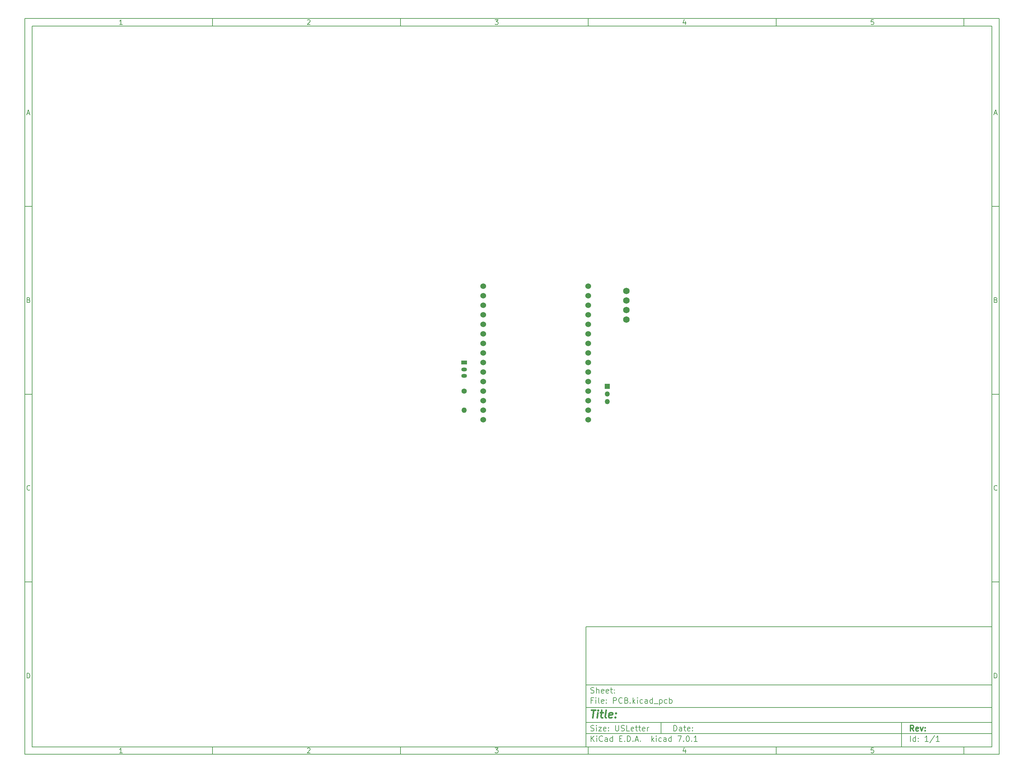
<source format=gbr>
%TF.GenerationSoftware,KiCad,Pcbnew,7.0.1*%
%TF.CreationDate,2023-11-13T23:43:34-05:00*%
%TF.ProjectId,PCB,5043422e-6b69-4636-9164-5f7063625858,rev?*%
%TF.SameCoordinates,Original*%
%TF.FileFunction,Soldermask,Top*%
%TF.FilePolarity,Negative*%
%FSLAX46Y46*%
G04 Gerber Fmt 4.6, Leading zero omitted, Abs format (unit mm)*
G04 Created by KiCad (PCBNEW 7.0.1) date 2023-11-13 23:43:34*
%MOMM*%
%LPD*%
G01*
G04 APERTURE LIST*
%ADD10C,0.100000*%
%ADD11C,0.150000*%
%ADD12C,0.300000*%
%ADD13C,0.400000*%
%ADD14R,1.350000X1.350000*%
%ADD15O,1.350000X1.350000*%
%ADD16C,1.734000*%
%ADD17C,1.524000*%
%ADD18C,1.400000*%
%ADD19O,1.400000X1.400000*%
%ADD20R,1.500000X1.050000*%
%ADD21O,1.500000X1.050000*%
G04 APERTURE END LIST*
D10*
D11*
X159400000Y-171900000D02*
X267400000Y-171900000D01*
X267400000Y-203900000D01*
X159400000Y-203900000D01*
X159400000Y-171900000D01*
D10*
D11*
X10000000Y-10000000D02*
X269400000Y-10000000D01*
X269400000Y-205900000D01*
X10000000Y-205900000D01*
X10000000Y-10000000D01*
D10*
D11*
X12000000Y-12000000D02*
X267400000Y-12000000D01*
X267400000Y-203900000D01*
X12000000Y-203900000D01*
X12000000Y-12000000D01*
D10*
D11*
X60000000Y-12000000D02*
X60000000Y-10000000D01*
D10*
D11*
X110000000Y-12000000D02*
X110000000Y-10000000D01*
D10*
D11*
X160000000Y-12000000D02*
X160000000Y-10000000D01*
D10*
D11*
X210000000Y-12000000D02*
X210000000Y-10000000D01*
D10*
D11*
X260000000Y-12000000D02*
X260000000Y-10000000D01*
D10*
D11*
X35990476Y-11601404D02*
X35247619Y-11601404D01*
X35619047Y-11601404D02*
X35619047Y-10301404D01*
X35619047Y-10301404D02*
X35495238Y-10487119D01*
X35495238Y-10487119D02*
X35371428Y-10610928D01*
X35371428Y-10610928D02*
X35247619Y-10672833D01*
D10*
D11*
X85247619Y-10425214D02*
X85309523Y-10363309D01*
X85309523Y-10363309D02*
X85433333Y-10301404D01*
X85433333Y-10301404D02*
X85742857Y-10301404D01*
X85742857Y-10301404D02*
X85866666Y-10363309D01*
X85866666Y-10363309D02*
X85928571Y-10425214D01*
X85928571Y-10425214D02*
X85990476Y-10549023D01*
X85990476Y-10549023D02*
X85990476Y-10672833D01*
X85990476Y-10672833D02*
X85928571Y-10858547D01*
X85928571Y-10858547D02*
X85185714Y-11601404D01*
X85185714Y-11601404D02*
X85990476Y-11601404D01*
D10*
D11*
X135185714Y-10301404D02*
X135990476Y-10301404D01*
X135990476Y-10301404D02*
X135557142Y-10796642D01*
X135557142Y-10796642D02*
X135742857Y-10796642D01*
X135742857Y-10796642D02*
X135866666Y-10858547D01*
X135866666Y-10858547D02*
X135928571Y-10920452D01*
X135928571Y-10920452D02*
X135990476Y-11044261D01*
X135990476Y-11044261D02*
X135990476Y-11353785D01*
X135990476Y-11353785D02*
X135928571Y-11477595D01*
X135928571Y-11477595D02*
X135866666Y-11539500D01*
X135866666Y-11539500D02*
X135742857Y-11601404D01*
X135742857Y-11601404D02*
X135371428Y-11601404D01*
X135371428Y-11601404D02*
X135247619Y-11539500D01*
X135247619Y-11539500D02*
X135185714Y-11477595D01*
D10*
D11*
X185866666Y-10734738D02*
X185866666Y-11601404D01*
X185557142Y-10239500D02*
X185247619Y-11168071D01*
X185247619Y-11168071D02*
X186052380Y-11168071D01*
D10*
D11*
X235928571Y-10301404D02*
X235309523Y-10301404D01*
X235309523Y-10301404D02*
X235247619Y-10920452D01*
X235247619Y-10920452D02*
X235309523Y-10858547D01*
X235309523Y-10858547D02*
X235433333Y-10796642D01*
X235433333Y-10796642D02*
X235742857Y-10796642D01*
X235742857Y-10796642D02*
X235866666Y-10858547D01*
X235866666Y-10858547D02*
X235928571Y-10920452D01*
X235928571Y-10920452D02*
X235990476Y-11044261D01*
X235990476Y-11044261D02*
X235990476Y-11353785D01*
X235990476Y-11353785D02*
X235928571Y-11477595D01*
X235928571Y-11477595D02*
X235866666Y-11539500D01*
X235866666Y-11539500D02*
X235742857Y-11601404D01*
X235742857Y-11601404D02*
X235433333Y-11601404D01*
X235433333Y-11601404D02*
X235309523Y-11539500D01*
X235309523Y-11539500D02*
X235247619Y-11477595D01*
D10*
D11*
X60000000Y-203900000D02*
X60000000Y-205900000D01*
D10*
D11*
X110000000Y-203900000D02*
X110000000Y-205900000D01*
D10*
D11*
X160000000Y-203900000D02*
X160000000Y-205900000D01*
D10*
D11*
X210000000Y-203900000D02*
X210000000Y-205900000D01*
D10*
D11*
X260000000Y-203900000D02*
X260000000Y-205900000D01*
D10*
D11*
X35990476Y-205501404D02*
X35247619Y-205501404D01*
X35619047Y-205501404D02*
X35619047Y-204201404D01*
X35619047Y-204201404D02*
X35495238Y-204387119D01*
X35495238Y-204387119D02*
X35371428Y-204510928D01*
X35371428Y-204510928D02*
X35247619Y-204572833D01*
D10*
D11*
X85247619Y-204325214D02*
X85309523Y-204263309D01*
X85309523Y-204263309D02*
X85433333Y-204201404D01*
X85433333Y-204201404D02*
X85742857Y-204201404D01*
X85742857Y-204201404D02*
X85866666Y-204263309D01*
X85866666Y-204263309D02*
X85928571Y-204325214D01*
X85928571Y-204325214D02*
X85990476Y-204449023D01*
X85990476Y-204449023D02*
X85990476Y-204572833D01*
X85990476Y-204572833D02*
X85928571Y-204758547D01*
X85928571Y-204758547D02*
X85185714Y-205501404D01*
X85185714Y-205501404D02*
X85990476Y-205501404D01*
D10*
D11*
X135185714Y-204201404D02*
X135990476Y-204201404D01*
X135990476Y-204201404D02*
X135557142Y-204696642D01*
X135557142Y-204696642D02*
X135742857Y-204696642D01*
X135742857Y-204696642D02*
X135866666Y-204758547D01*
X135866666Y-204758547D02*
X135928571Y-204820452D01*
X135928571Y-204820452D02*
X135990476Y-204944261D01*
X135990476Y-204944261D02*
X135990476Y-205253785D01*
X135990476Y-205253785D02*
X135928571Y-205377595D01*
X135928571Y-205377595D02*
X135866666Y-205439500D01*
X135866666Y-205439500D02*
X135742857Y-205501404D01*
X135742857Y-205501404D02*
X135371428Y-205501404D01*
X135371428Y-205501404D02*
X135247619Y-205439500D01*
X135247619Y-205439500D02*
X135185714Y-205377595D01*
D10*
D11*
X185866666Y-204634738D02*
X185866666Y-205501404D01*
X185557142Y-204139500D02*
X185247619Y-205068071D01*
X185247619Y-205068071D02*
X186052380Y-205068071D01*
D10*
D11*
X235928571Y-204201404D02*
X235309523Y-204201404D01*
X235309523Y-204201404D02*
X235247619Y-204820452D01*
X235247619Y-204820452D02*
X235309523Y-204758547D01*
X235309523Y-204758547D02*
X235433333Y-204696642D01*
X235433333Y-204696642D02*
X235742857Y-204696642D01*
X235742857Y-204696642D02*
X235866666Y-204758547D01*
X235866666Y-204758547D02*
X235928571Y-204820452D01*
X235928571Y-204820452D02*
X235990476Y-204944261D01*
X235990476Y-204944261D02*
X235990476Y-205253785D01*
X235990476Y-205253785D02*
X235928571Y-205377595D01*
X235928571Y-205377595D02*
X235866666Y-205439500D01*
X235866666Y-205439500D02*
X235742857Y-205501404D01*
X235742857Y-205501404D02*
X235433333Y-205501404D01*
X235433333Y-205501404D02*
X235309523Y-205439500D01*
X235309523Y-205439500D02*
X235247619Y-205377595D01*
D10*
D11*
X10000000Y-60000000D02*
X12000000Y-60000000D01*
D10*
D11*
X10000000Y-110000000D02*
X12000000Y-110000000D01*
D10*
D11*
X10000000Y-160000000D02*
X12000000Y-160000000D01*
D10*
D11*
X10690476Y-35229976D02*
X11309523Y-35229976D01*
X10566666Y-35601404D02*
X10999999Y-34301404D01*
X10999999Y-34301404D02*
X11433333Y-35601404D01*
D10*
D11*
X11092857Y-84920452D02*
X11278571Y-84982357D01*
X11278571Y-84982357D02*
X11340476Y-85044261D01*
X11340476Y-85044261D02*
X11402380Y-85168071D01*
X11402380Y-85168071D02*
X11402380Y-85353785D01*
X11402380Y-85353785D02*
X11340476Y-85477595D01*
X11340476Y-85477595D02*
X11278571Y-85539500D01*
X11278571Y-85539500D02*
X11154761Y-85601404D01*
X11154761Y-85601404D02*
X10659523Y-85601404D01*
X10659523Y-85601404D02*
X10659523Y-84301404D01*
X10659523Y-84301404D02*
X11092857Y-84301404D01*
X11092857Y-84301404D02*
X11216666Y-84363309D01*
X11216666Y-84363309D02*
X11278571Y-84425214D01*
X11278571Y-84425214D02*
X11340476Y-84549023D01*
X11340476Y-84549023D02*
X11340476Y-84672833D01*
X11340476Y-84672833D02*
X11278571Y-84796642D01*
X11278571Y-84796642D02*
X11216666Y-84858547D01*
X11216666Y-84858547D02*
X11092857Y-84920452D01*
X11092857Y-84920452D02*
X10659523Y-84920452D01*
D10*
D11*
X11402380Y-135477595D02*
X11340476Y-135539500D01*
X11340476Y-135539500D02*
X11154761Y-135601404D01*
X11154761Y-135601404D02*
X11030952Y-135601404D01*
X11030952Y-135601404D02*
X10845238Y-135539500D01*
X10845238Y-135539500D02*
X10721428Y-135415690D01*
X10721428Y-135415690D02*
X10659523Y-135291880D01*
X10659523Y-135291880D02*
X10597619Y-135044261D01*
X10597619Y-135044261D02*
X10597619Y-134858547D01*
X10597619Y-134858547D02*
X10659523Y-134610928D01*
X10659523Y-134610928D02*
X10721428Y-134487119D01*
X10721428Y-134487119D02*
X10845238Y-134363309D01*
X10845238Y-134363309D02*
X11030952Y-134301404D01*
X11030952Y-134301404D02*
X11154761Y-134301404D01*
X11154761Y-134301404D02*
X11340476Y-134363309D01*
X11340476Y-134363309D02*
X11402380Y-134425214D01*
D10*
D11*
X10659523Y-185601404D02*
X10659523Y-184301404D01*
X10659523Y-184301404D02*
X10969047Y-184301404D01*
X10969047Y-184301404D02*
X11154761Y-184363309D01*
X11154761Y-184363309D02*
X11278571Y-184487119D01*
X11278571Y-184487119D02*
X11340476Y-184610928D01*
X11340476Y-184610928D02*
X11402380Y-184858547D01*
X11402380Y-184858547D02*
X11402380Y-185044261D01*
X11402380Y-185044261D02*
X11340476Y-185291880D01*
X11340476Y-185291880D02*
X11278571Y-185415690D01*
X11278571Y-185415690D02*
X11154761Y-185539500D01*
X11154761Y-185539500D02*
X10969047Y-185601404D01*
X10969047Y-185601404D02*
X10659523Y-185601404D01*
D10*
D11*
X269400000Y-60000000D02*
X267400000Y-60000000D01*
D10*
D11*
X269400000Y-110000000D02*
X267400000Y-110000000D01*
D10*
D11*
X269400000Y-160000000D02*
X267400000Y-160000000D01*
D10*
D11*
X268090476Y-35229976D02*
X268709523Y-35229976D01*
X267966666Y-35601404D02*
X268399999Y-34301404D01*
X268399999Y-34301404D02*
X268833333Y-35601404D01*
D10*
D11*
X268492857Y-84920452D02*
X268678571Y-84982357D01*
X268678571Y-84982357D02*
X268740476Y-85044261D01*
X268740476Y-85044261D02*
X268802380Y-85168071D01*
X268802380Y-85168071D02*
X268802380Y-85353785D01*
X268802380Y-85353785D02*
X268740476Y-85477595D01*
X268740476Y-85477595D02*
X268678571Y-85539500D01*
X268678571Y-85539500D02*
X268554761Y-85601404D01*
X268554761Y-85601404D02*
X268059523Y-85601404D01*
X268059523Y-85601404D02*
X268059523Y-84301404D01*
X268059523Y-84301404D02*
X268492857Y-84301404D01*
X268492857Y-84301404D02*
X268616666Y-84363309D01*
X268616666Y-84363309D02*
X268678571Y-84425214D01*
X268678571Y-84425214D02*
X268740476Y-84549023D01*
X268740476Y-84549023D02*
X268740476Y-84672833D01*
X268740476Y-84672833D02*
X268678571Y-84796642D01*
X268678571Y-84796642D02*
X268616666Y-84858547D01*
X268616666Y-84858547D02*
X268492857Y-84920452D01*
X268492857Y-84920452D02*
X268059523Y-84920452D01*
D10*
D11*
X268802380Y-135477595D02*
X268740476Y-135539500D01*
X268740476Y-135539500D02*
X268554761Y-135601404D01*
X268554761Y-135601404D02*
X268430952Y-135601404D01*
X268430952Y-135601404D02*
X268245238Y-135539500D01*
X268245238Y-135539500D02*
X268121428Y-135415690D01*
X268121428Y-135415690D02*
X268059523Y-135291880D01*
X268059523Y-135291880D02*
X267997619Y-135044261D01*
X267997619Y-135044261D02*
X267997619Y-134858547D01*
X267997619Y-134858547D02*
X268059523Y-134610928D01*
X268059523Y-134610928D02*
X268121428Y-134487119D01*
X268121428Y-134487119D02*
X268245238Y-134363309D01*
X268245238Y-134363309D02*
X268430952Y-134301404D01*
X268430952Y-134301404D02*
X268554761Y-134301404D01*
X268554761Y-134301404D02*
X268740476Y-134363309D01*
X268740476Y-134363309D02*
X268802380Y-134425214D01*
D10*
D11*
X268059523Y-185601404D02*
X268059523Y-184301404D01*
X268059523Y-184301404D02*
X268369047Y-184301404D01*
X268369047Y-184301404D02*
X268554761Y-184363309D01*
X268554761Y-184363309D02*
X268678571Y-184487119D01*
X268678571Y-184487119D02*
X268740476Y-184610928D01*
X268740476Y-184610928D02*
X268802380Y-184858547D01*
X268802380Y-184858547D02*
X268802380Y-185044261D01*
X268802380Y-185044261D02*
X268740476Y-185291880D01*
X268740476Y-185291880D02*
X268678571Y-185415690D01*
X268678571Y-185415690D02*
X268554761Y-185539500D01*
X268554761Y-185539500D02*
X268369047Y-185601404D01*
X268369047Y-185601404D02*
X268059523Y-185601404D01*
D10*
D11*
X182757142Y-199693928D02*
X182757142Y-198193928D01*
X182757142Y-198193928D02*
X183114285Y-198193928D01*
X183114285Y-198193928D02*
X183328571Y-198265357D01*
X183328571Y-198265357D02*
X183471428Y-198408214D01*
X183471428Y-198408214D02*
X183542857Y-198551071D01*
X183542857Y-198551071D02*
X183614285Y-198836785D01*
X183614285Y-198836785D02*
X183614285Y-199051071D01*
X183614285Y-199051071D02*
X183542857Y-199336785D01*
X183542857Y-199336785D02*
X183471428Y-199479642D01*
X183471428Y-199479642D02*
X183328571Y-199622500D01*
X183328571Y-199622500D02*
X183114285Y-199693928D01*
X183114285Y-199693928D02*
X182757142Y-199693928D01*
X184900000Y-199693928D02*
X184900000Y-198908214D01*
X184900000Y-198908214D02*
X184828571Y-198765357D01*
X184828571Y-198765357D02*
X184685714Y-198693928D01*
X184685714Y-198693928D02*
X184400000Y-198693928D01*
X184400000Y-198693928D02*
X184257142Y-198765357D01*
X184900000Y-199622500D02*
X184757142Y-199693928D01*
X184757142Y-199693928D02*
X184400000Y-199693928D01*
X184400000Y-199693928D02*
X184257142Y-199622500D01*
X184257142Y-199622500D02*
X184185714Y-199479642D01*
X184185714Y-199479642D02*
X184185714Y-199336785D01*
X184185714Y-199336785D02*
X184257142Y-199193928D01*
X184257142Y-199193928D02*
X184400000Y-199122500D01*
X184400000Y-199122500D02*
X184757142Y-199122500D01*
X184757142Y-199122500D02*
X184900000Y-199051071D01*
X185400000Y-198693928D02*
X185971428Y-198693928D01*
X185614285Y-198193928D02*
X185614285Y-199479642D01*
X185614285Y-199479642D02*
X185685714Y-199622500D01*
X185685714Y-199622500D02*
X185828571Y-199693928D01*
X185828571Y-199693928D02*
X185971428Y-199693928D01*
X187042857Y-199622500D02*
X186900000Y-199693928D01*
X186900000Y-199693928D02*
X186614286Y-199693928D01*
X186614286Y-199693928D02*
X186471428Y-199622500D01*
X186471428Y-199622500D02*
X186400000Y-199479642D01*
X186400000Y-199479642D02*
X186400000Y-198908214D01*
X186400000Y-198908214D02*
X186471428Y-198765357D01*
X186471428Y-198765357D02*
X186614286Y-198693928D01*
X186614286Y-198693928D02*
X186900000Y-198693928D01*
X186900000Y-198693928D02*
X187042857Y-198765357D01*
X187042857Y-198765357D02*
X187114286Y-198908214D01*
X187114286Y-198908214D02*
X187114286Y-199051071D01*
X187114286Y-199051071D02*
X186400000Y-199193928D01*
X187757142Y-199551071D02*
X187828571Y-199622500D01*
X187828571Y-199622500D02*
X187757142Y-199693928D01*
X187757142Y-199693928D02*
X187685714Y-199622500D01*
X187685714Y-199622500D02*
X187757142Y-199551071D01*
X187757142Y-199551071D02*
X187757142Y-199693928D01*
X187757142Y-198765357D02*
X187828571Y-198836785D01*
X187828571Y-198836785D02*
X187757142Y-198908214D01*
X187757142Y-198908214D02*
X187685714Y-198836785D01*
X187685714Y-198836785D02*
X187757142Y-198765357D01*
X187757142Y-198765357D02*
X187757142Y-198908214D01*
D10*
D11*
X159400000Y-200400000D02*
X267400000Y-200400000D01*
D10*
D11*
X160757142Y-202493928D02*
X160757142Y-200993928D01*
X161614285Y-202493928D02*
X160971428Y-201636785D01*
X161614285Y-200993928D02*
X160757142Y-201851071D01*
X162257142Y-202493928D02*
X162257142Y-201493928D01*
X162257142Y-200993928D02*
X162185714Y-201065357D01*
X162185714Y-201065357D02*
X162257142Y-201136785D01*
X162257142Y-201136785D02*
X162328571Y-201065357D01*
X162328571Y-201065357D02*
X162257142Y-200993928D01*
X162257142Y-200993928D02*
X162257142Y-201136785D01*
X163828571Y-202351071D02*
X163757143Y-202422500D01*
X163757143Y-202422500D02*
X163542857Y-202493928D01*
X163542857Y-202493928D02*
X163400000Y-202493928D01*
X163400000Y-202493928D02*
X163185714Y-202422500D01*
X163185714Y-202422500D02*
X163042857Y-202279642D01*
X163042857Y-202279642D02*
X162971428Y-202136785D01*
X162971428Y-202136785D02*
X162900000Y-201851071D01*
X162900000Y-201851071D02*
X162900000Y-201636785D01*
X162900000Y-201636785D02*
X162971428Y-201351071D01*
X162971428Y-201351071D02*
X163042857Y-201208214D01*
X163042857Y-201208214D02*
X163185714Y-201065357D01*
X163185714Y-201065357D02*
X163400000Y-200993928D01*
X163400000Y-200993928D02*
X163542857Y-200993928D01*
X163542857Y-200993928D02*
X163757143Y-201065357D01*
X163757143Y-201065357D02*
X163828571Y-201136785D01*
X165114286Y-202493928D02*
X165114286Y-201708214D01*
X165114286Y-201708214D02*
X165042857Y-201565357D01*
X165042857Y-201565357D02*
X164900000Y-201493928D01*
X164900000Y-201493928D02*
X164614286Y-201493928D01*
X164614286Y-201493928D02*
X164471428Y-201565357D01*
X165114286Y-202422500D02*
X164971428Y-202493928D01*
X164971428Y-202493928D02*
X164614286Y-202493928D01*
X164614286Y-202493928D02*
X164471428Y-202422500D01*
X164471428Y-202422500D02*
X164400000Y-202279642D01*
X164400000Y-202279642D02*
X164400000Y-202136785D01*
X164400000Y-202136785D02*
X164471428Y-201993928D01*
X164471428Y-201993928D02*
X164614286Y-201922500D01*
X164614286Y-201922500D02*
X164971428Y-201922500D01*
X164971428Y-201922500D02*
X165114286Y-201851071D01*
X166471429Y-202493928D02*
X166471429Y-200993928D01*
X166471429Y-202422500D02*
X166328571Y-202493928D01*
X166328571Y-202493928D02*
X166042857Y-202493928D01*
X166042857Y-202493928D02*
X165900000Y-202422500D01*
X165900000Y-202422500D02*
X165828571Y-202351071D01*
X165828571Y-202351071D02*
X165757143Y-202208214D01*
X165757143Y-202208214D02*
X165757143Y-201779642D01*
X165757143Y-201779642D02*
X165828571Y-201636785D01*
X165828571Y-201636785D02*
X165900000Y-201565357D01*
X165900000Y-201565357D02*
X166042857Y-201493928D01*
X166042857Y-201493928D02*
X166328571Y-201493928D01*
X166328571Y-201493928D02*
X166471429Y-201565357D01*
X168328571Y-201708214D02*
X168828571Y-201708214D01*
X169042857Y-202493928D02*
X168328571Y-202493928D01*
X168328571Y-202493928D02*
X168328571Y-200993928D01*
X168328571Y-200993928D02*
X169042857Y-200993928D01*
X169685714Y-202351071D02*
X169757143Y-202422500D01*
X169757143Y-202422500D02*
X169685714Y-202493928D01*
X169685714Y-202493928D02*
X169614286Y-202422500D01*
X169614286Y-202422500D02*
X169685714Y-202351071D01*
X169685714Y-202351071D02*
X169685714Y-202493928D01*
X170400000Y-202493928D02*
X170400000Y-200993928D01*
X170400000Y-200993928D02*
X170757143Y-200993928D01*
X170757143Y-200993928D02*
X170971429Y-201065357D01*
X170971429Y-201065357D02*
X171114286Y-201208214D01*
X171114286Y-201208214D02*
X171185715Y-201351071D01*
X171185715Y-201351071D02*
X171257143Y-201636785D01*
X171257143Y-201636785D02*
X171257143Y-201851071D01*
X171257143Y-201851071D02*
X171185715Y-202136785D01*
X171185715Y-202136785D02*
X171114286Y-202279642D01*
X171114286Y-202279642D02*
X170971429Y-202422500D01*
X170971429Y-202422500D02*
X170757143Y-202493928D01*
X170757143Y-202493928D02*
X170400000Y-202493928D01*
X171900000Y-202351071D02*
X171971429Y-202422500D01*
X171971429Y-202422500D02*
X171900000Y-202493928D01*
X171900000Y-202493928D02*
X171828572Y-202422500D01*
X171828572Y-202422500D02*
X171900000Y-202351071D01*
X171900000Y-202351071D02*
X171900000Y-202493928D01*
X172542858Y-202065357D02*
X173257144Y-202065357D01*
X172400001Y-202493928D02*
X172900001Y-200993928D01*
X172900001Y-200993928D02*
X173400001Y-202493928D01*
X173900000Y-202351071D02*
X173971429Y-202422500D01*
X173971429Y-202422500D02*
X173900000Y-202493928D01*
X173900000Y-202493928D02*
X173828572Y-202422500D01*
X173828572Y-202422500D02*
X173900000Y-202351071D01*
X173900000Y-202351071D02*
X173900000Y-202493928D01*
X176900000Y-202493928D02*
X176900000Y-200993928D01*
X177042858Y-201922500D02*
X177471429Y-202493928D01*
X177471429Y-201493928D02*
X176900000Y-202065357D01*
X178114286Y-202493928D02*
X178114286Y-201493928D01*
X178114286Y-200993928D02*
X178042858Y-201065357D01*
X178042858Y-201065357D02*
X178114286Y-201136785D01*
X178114286Y-201136785D02*
X178185715Y-201065357D01*
X178185715Y-201065357D02*
X178114286Y-200993928D01*
X178114286Y-200993928D02*
X178114286Y-201136785D01*
X179471430Y-202422500D02*
X179328572Y-202493928D01*
X179328572Y-202493928D02*
X179042858Y-202493928D01*
X179042858Y-202493928D02*
X178900001Y-202422500D01*
X178900001Y-202422500D02*
X178828572Y-202351071D01*
X178828572Y-202351071D02*
X178757144Y-202208214D01*
X178757144Y-202208214D02*
X178757144Y-201779642D01*
X178757144Y-201779642D02*
X178828572Y-201636785D01*
X178828572Y-201636785D02*
X178900001Y-201565357D01*
X178900001Y-201565357D02*
X179042858Y-201493928D01*
X179042858Y-201493928D02*
X179328572Y-201493928D01*
X179328572Y-201493928D02*
X179471430Y-201565357D01*
X180757144Y-202493928D02*
X180757144Y-201708214D01*
X180757144Y-201708214D02*
X180685715Y-201565357D01*
X180685715Y-201565357D02*
X180542858Y-201493928D01*
X180542858Y-201493928D02*
X180257144Y-201493928D01*
X180257144Y-201493928D02*
X180114286Y-201565357D01*
X180757144Y-202422500D02*
X180614286Y-202493928D01*
X180614286Y-202493928D02*
X180257144Y-202493928D01*
X180257144Y-202493928D02*
X180114286Y-202422500D01*
X180114286Y-202422500D02*
X180042858Y-202279642D01*
X180042858Y-202279642D02*
X180042858Y-202136785D01*
X180042858Y-202136785D02*
X180114286Y-201993928D01*
X180114286Y-201993928D02*
X180257144Y-201922500D01*
X180257144Y-201922500D02*
X180614286Y-201922500D01*
X180614286Y-201922500D02*
X180757144Y-201851071D01*
X182114287Y-202493928D02*
X182114287Y-200993928D01*
X182114287Y-202422500D02*
X181971429Y-202493928D01*
X181971429Y-202493928D02*
X181685715Y-202493928D01*
X181685715Y-202493928D02*
X181542858Y-202422500D01*
X181542858Y-202422500D02*
X181471429Y-202351071D01*
X181471429Y-202351071D02*
X181400001Y-202208214D01*
X181400001Y-202208214D02*
X181400001Y-201779642D01*
X181400001Y-201779642D02*
X181471429Y-201636785D01*
X181471429Y-201636785D02*
X181542858Y-201565357D01*
X181542858Y-201565357D02*
X181685715Y-201493928D01*
X181685715Y-201493928D02*
X181971429Y-201493928D01*
X181971429Y-201493928D02*
X182114287Y-201565357D01*
X183828572Y-200993928D02*
X184828572Y-200993928D01*
X184828572Y-200993928D02*
X184185715Y-202493928D01*
X185400000Y-202351071D02*
X185471429Y-202422500D01*
X185471429Y-202422500D02*
X185400000Y-202493928D01*
X185400000Y-202493928D02*
X185328572Y-202422500D01*
X185328572Y-202422500D02*
X185400000Y-202351071D01*
X185400000Y-202351071D02*
X185400000Y-202493928D01*
X186400001Y-200993928D02*
X186542858Y-200993928D01*
X186542858Y-200993928D02*
X186685715Y-201065357D01*
X186685715Y-201065357D02*
X186757144Y-201136785D01*
X186757144Y-201136785D02*
X186828572Y-201279642D01*
X186828572Y-201279642D02*
X186900001Y-201565357D01*
X186900001Y-201565357D02*
X186900001Y-201922500D01*
X186900001Y-201922500D02*
X186828572Y-202208214D01*
X186828572Y-202208214D02*
X186757144Y-202351071D01*
X186757144Y-202351071D02*
X186685715Y-202422500D01*
X186685715Y-202422500D02*
X186542858Y-202493928D01*
X186542858Y-202493928D02*
X186400001Y-202493928D01*
X186400001Y-202493928D02*
X186257144Y-202422500D01*
X186257144Y-202422500D02*
X186185715Y-202351071D01*
X186185715Y-202351071D02*
X186114286Y-202208214D01*
X186114286Y-202208214D02*
X186042858Y-201922500D01*
X186042858Y-201922500D02*
X186042858Y-201565357D01*
X186042858Y-201565357D02*
X186114286Y-201279642D01*
X186114286Y-201279642D02*
X186185715Y-201136785D01*
X186185715Y-201136785D02*
X186257144Y-201065357D01*
X186257144Y-201065357D02*
X186400001Y-200993928D01*
X187542857Y-202351071D02*
X187614286Y-202422500D01*
X187614286Y-202422500D02*
X187542857Y-202493928D01*
X187542857Y-202493928D02*
X187471429Y-202422500D01*
X187471429Y-202422500D02*
X187542857Y-202351071D01*
X187542857Y-202351071D02*
X187542857Y-202493928D01*
X189042858Y-202493928D02*
X188185715Y-202493928D01*
X188614286Y-202493928D02*
X188614286Y-200993928D01*
X188614286Y-200993928D02*
X188471429Y-201208214D01*
X188471429Y-201208214D02*
X188328572Y-201351071D01*
X188328572Y-201351071D02*
X188185715Y-201422500D01*
D10*
D11*
X159400000Y-197400000D02*
X267400000Y-197400000D01*
D10*
D12*
X246614285Y-199693928D02*
X246114285Y-198979642D01*
X245757142Y-199693928D02*
X245757142Y-198193928D01*
X245757142Y-198193928D02*
X246328571Y-198193928D01*
X246328571Y-198193928D02*
X246471428Y-198265357D01*
X246471428Y-198265357D02*
X246542857Y-198336785D01*
X246542857Y-198336785D02*
X246614285Y-198479642D01*
X246614285Y-198479642D02*
X246614285Y-198693928D01*
X246614285Y-198693928D02*
X246542857Y-198836785D01*
X246542857Y-198836785D02*
X246471428Y-198908214D01*
X246471428Y-198908214D02*
X246328571Y-198979642D01*
X246328571Y-198979642D02*
X245757142Y-198979642D01*
X247828571Y-199622500D02*
X247685714Y-199693928D01*
X247685714Y-199693928D02*
X247400000Y-199693928D01*
X247400000Y-199693928D02*
X247257142Y-199622500D01*
X247257142Y-199622500D02*
X247185714Y-199479642D01*
X247185714Y-199479642D02*
X247185714Y-198908214D01*
X247185714Y-198908214D02*
X247257142Y-198765357D01*
X247257142Y-198765357D02*
X247400000Y-198693928D01*
X247400000Y-198693928D02*
X247685714Y-198693928D01*
X247685714Y-198693928D02*
X247828571Y-198765357D01*
X247828571Y-198765357D02*
X247900000Y-198908214D01*
X247900000Y-198908214D02*
X247900000Y-199051071D01*
X247900000Y-199051071D02*
X247185714Y-199193928D01*
X248399999Y-198693928D02*
X248757142Y-199693928D01*
X248757142Y-199693928D02*
X249114285Y-198693928D01*
X249685713Y-199551071D02*
X249757142Y-199622500D01*
X249757142Y-199622500D02*
X249685713Y-199693928D01*
X249685713Y-199693928D02*
X249614285Y-199622500D01*
X249614285Y-199622500D02*
X249685713Y-199551071D01*
X249685713Y-199551071D02*
X249685713Y-199693928D01*
X249685713Y-198765357D02*
X249757142Y-198836785D01*
X249757142Y-198836785D02*
X249685713Y-198908214D01*
X249685713Y-198908214D02*
X249614285Y-198836785D01*
X249614285Y-198836785D02*
X249685713Y-198765357D01*
X249685713Y-198765357D02*
X249685713Y-198908214D01*
D10*
D11*
X160685714Y-199622500D02*
X160900000Y-199693928D01*
X160900000Y-199693928D02*
X161257142Y-199693928D01*
X161257142Y-199693928D02*
X161400000Y-199622500D01*
X161400000Y-199622500D02*
X161471428Y-199551071D01*
X161471428Y-199551071D02*
X161542857Y-199408214D01*
X161542857Y-199408214D02*
X161542857Y-199265357D01*
X161542857Y-199265357D02*
X161471428Y-199122500D01*
X161471428Y-199122500D02*
X161400000Y-199051071D01*
X161400000Y-199051071D02*
X161257142Y-198979642D01*
X161257142Y-198979642D02*
X160971428Y-198908214D01*
X160971428Y-198908214D02*
X160828571Y-198836785D01*
X160828571Y-198836785D02*
X160757142Y-198765357D01*
X160757142Y-198765357D02*
X160685714Y-198622500D01*
X160685714Y-198622500D02*
X160685714Y-198479642D01*
X160685714Y-198479642D02*
X160757142Y-198336785D01*
X160757142Y-198336785D02*
X160828571Y-198265357D01*
X160828571Y-198265357D02*
X160971428Y-198193928D01*
X160971428Y-198193928D02*
X161328571Y-198193928D01*
X161328571Y-198193928D02*
X161542857Y-198265357D01*
X162185713Y-199693928D02*
X162185713Y-198693928D01*
X162185713Y-198193928D02*
X162114285Y-198265357D01*
X162114285Y-198265357D02*
X162185713Y-198336785D01*
X162185713Y-198336785D02*
X162257142Y-198265357D01*
X162257142Y-198265357D02*
X162185713Y-198193928D01*
X162185713Y-198193928D02*
X162185713Y-198336785D01*
X162757142Y-198693928D02*
X163542857Y-198693928D01*
X163542857Y-198693928D02*
X162757142Y-199693928D01*
X162757142Y-199693928D02*
X163542857Y-199693928D01*
X164685714Y-199622500D02*
X164542857Y-199693928D01*
X164542857Y-199693928D02*
X164257143Y-199693928D01*
X164257143Y-199693928D02*
X164114285Y-199622500D01*
X164114285Y-199622500D02*
X164042857Y-199479642D01*
X164042857Y-199479642D02*
X164042857Y-198908214D01*
X164042857Y-198908214D02*
X164114285Y-198765357D01*
X164114285Y-198765357D02*
X164257143Y-198693928D01*
X164257143Y-198693928D02*
X164542857Y-198693928D01*
X164542857Y-198693928D02*
X164685714Y-198765357D01*
X164685714Y-198765357D02*
X164757143Y-198908214D01*
X164757143Y-198908214D02*
X164757143Y-199051071D01*
X164757143Y-199051071D02*
X164042857Y-199193928D01*
X165399999Y-199551071D02*
X165471428Y-199622500D01*
X165471428Y-199622500D02*
X165399999Y-199693928D01*
X165399999Y-199693928D02*
X165328571Y-199622500D01*
X165328571Y-199622500D02*
X165399999Y-199551071D01*
X165399999Y-199551071D02*
X165399999Y-199693928D01*
X165399999Y-198765357D02*
X165471428Y-198836785D01*
X165471428Y-198836785D02*
X165399999Y-198908214D01*
X165399999Y-198908214D02*
X165328571Y-198836785D01*
X165328571Y-198836785D02*
X165399999Y-198765357D01*
X165399999Y-198765357D02*
X165399999Y-198908214D01*
X167257142Y-198193928D02*
X167257142Y-199408214D01*
X167257142Y-199408214D02*
X167328571Y-199551071D01*
X167328571Y-199551071D02*
X167400000Y-199622500D01*
X167400000Y-199622500D02*
X167542857Y-199693928D01*
X167542857Y-199693928D02*
X167828571Y-199693928D01*
X167828571Y-199693928D02*
X167971428Y-199622500D01*
X167971428Y-199622500D02*
X168042857Y-199551071D01*
X168042857Y-199551071D02*
X168114285Y-199408214D01*
X168114285Y-199408214D02*
X168114285Y-198193928D01*
X168757143Y-199622500D02*
X168971429Y-199693928D01*
X168971429Y-199693928D02*
X169328571Y-199693928D01*
X169328571Y-199693928D02*
X169471429Y-199622500D01*
X169471429Y-199622500D02*
X169542857Y-199551071D01*
X169542857Y-199551071D02*
X169614286Y-199408214D01*
X169614286Y-199408214D02*
X169614286Y-199265357D01*
X169614286Y-199265357D02*
X169542857Y-199122500D01*
X169542857Y-199122500D02*
X169471429Y-199051071D01*
X169471429Y-199051071D02*
X169328571Y-198979642D01*
X169328571Y-198979642D02*
X169042857Y-198908214D01*
X169042857Y-198908214D02*
X168900000Y-198836785D01*
X168900000Y-198836785D02*
X168828571Y-198765357D01*
X168828571Y-198765357D02*
X168757143Y-198622500D01*
X168757143Y-198622500D02*
X168757143Y-198479642D01*
X168757143Y-198479642D02*
X168828571Y-198336785D01*
X168828571Y-198336785D02*
X168900000Y-198265357D01*
X168900000Y-198265357D02*
X169042857Y-198193928D01*
X169042857Y-198193928D02*
X169400000Y-198193928D01*
X169400000Y-198193928D02*
X169614286Y-198265357D01*
X170971428Y-199693928D02*
X170257142Y-199693928D01*
X170257142Y-199693928D02*
X170257142Y-198193928D01*
X172042857Y-199622500D02*
X171900000Y-199693928D01*
X171900000Y-199693928D02*
X171614286Y-199693928D01*
X171614286Y-199693928D02*
X171471428Y-199622500D01*
X171471428Y-199622500D02*
X171400000Y-199479642D01*
X171400000Y-199479642D02*
X171400000Y-198908214D01*
X171400000Y-198908214D02*
X171471428Y-198765357D01*
X171471428Y-198765357D02*
X171614286Y-198693928D01*
X171614286Y-198693928D02*
X171900000Y-198693928D01*
X171900000Y-198693928D02*
X172042857Y-198765357D01*
X172042857Y-198765357D02*
X172114286Y-198908214D01*
X172114286Y-198908214D02*
X172114286Y-199051071D01*
X172114286Y-199051071D02*
X171400000Y-199193928D01*
X172542857Y-198693928D02*
X173114285Y-198693928D01*
X172757142Y-198193928D02*
X172757142Y-199479642D01*
X172757142Y-199479642D02*
X172828571Y-199622500D01*
X172828571Y-199622500D02*
X172971428Y-199693928D01*
X172971428Y-199693928D02*
X173114285Y-199693928D01*
X173400000Y-198693928D02*
X173971428Y-198693928D01*
X173614285Y-198193928D02*
X173614285Y-199479642D01*
X173614285Y-199479642D02*
X173685714Y-199622500D01*
X173685714Y-199622500D02*
X173828571Y-199693928D01*
X173828571Y-199693928D02*
X173971428Y-199693928D01*
X175042857Y-199622500D02*
X174900000Y-199693928D01*
X174900000Y-199693928D02*
X174614286Y-199693928D01*
X174614286Y-199693928D02*
X174471428Y-199622500D01*
X174471428Y-199622500D02*
X174400000Y-199479642D01*
X174400000Y-199479642D02*
X174400000Y-198908214D01*
X174400000Y-198908214D02*
X174471428Y-198765357D01*
X174471428Y-198765357D02*
X174614286Y-198693928D01*
X174614286Y-198693928D02*
X174900000Y-198693928D01*
X174900000Y-198693928D02*
X175042857Y-198765357D01*
X175042857Y-198765357D02*
X175114286Y-198908214D01*
X175114286Y-198908214D02*
X175114286Y-199051071D01*
X175114286Y-199051071D02*
X174400000Y-199193928D01*
X175757142Y-199693928D02*
X175757142Y-198693928D01*
X175757142Y-198979642D02*
X175828571Y-198836785D01*
X175828571Y-198836785D02*
X175900000Y-198765357D01*
X175900000Y-198765357D02*
X176042857Y-198693928D01*
X176042857Y-198693928D02*
X176185714Y-198693928D01*
D10*
D11*
X245757142Y-202493928D02*
X245757142Y-200993928D01*
X247114286Y-202493928D02*
X247114286Y-200993928D01*
X247114286Y-202422500D02*
X246971428Y-202493928D01*
X246971428Y-202493928D02*
X246685714Y-202493928D01*
X246685714Y-202493928D02*
X246542857Y-202422500D01*
X246542857Y-202422500D02*
X246471428Y-202351071D01*
X246471428Y-202351071D02*
X246400000Y-202208214D01*
X246400000Y-202208214D02*
X246400000Y-201779642D01*
X246400000Y-201779642D02*
X246471428Y-201636785D01*
X246471428Y-201636785D02*
X246542857Y-201565357D01*
X246542857Y-201565357D02*
X246685714Y-201493928D01*
X246685714Y-201493928D02*
X246971428Y-201493928D01*
X246971428Y-201493928D02*
X247114286Y-201565357D01*
X247828571Y-202351071D02*
X247900000Y-202422500D01*
X247900000Y-202422500D02*
X247828571Y-202493928D01*
X247828571Y-202493928D02*
X247757143Y-202422500D01*
X247757143Y-202422500D02*
X247828571Y-202351071D01*
X247828571Y-202351071D02*
X247828571Y-202493928D01*
X247828571Y-201565357D02*
X247900000Y-201636785D01*
X247900000Y-201636785D02*
X247828571Y-201708214D01*
X247828571Y-201708214D02*
X247757143Y-201636785D01*
X247757143Y-201636785D02*
X247828571Y-201565357D01*
X247828571Y-201565357D02*
X247828571Y-201708214D01*
X250471429Y-202493928D02*
X249614286Y-202493928D01*
X250042857Y-202493928D02*
X250042857Y-200993928D01*
X250042857Y-200993928D02*
X249900000Y-201208214D01*
X249900000Y-201208214D02*
X249757143Y-201351071D01*
X249757143Y-201351071D02*
X249614286Y-201422500D01*
X252185714Y-200922500D02*
X250900000Y-202851071D01*
X253471429Y-202493928D02*
X252614286Y-202493928D01*
X253042857Y-202493928D02*
X253042857Y-200993928D01*
X253042857Y-200993928D02*
X252900000Y-201208214D01*
X252900000Y-201208214D02*
X252757143Y-201351071D01*
X252757143Y-201351071D02*
X252614286Y-201422500D01*
D10*
D11*
X159400000Y-193400000D02*
X267400000Y-193400000D01*
D10*
D13*
X160828571Y-194125238D02*
X161971428Y-194125238D01*
X161150000Y-196125238D02*
X161400000Y-194125238D01*
X162376190Y-196125238D02*
X162542857Y-194791904D01*
X162626190Y-194125238D02*
X162519047Y-194220476D01*
X162519047Y-194220476D02*
X162602381Y-194315714D01*
X162602381Y-194315714D02*
X162709524Y-194220476D01*
X162709524Y-194220476D02*
X162626190Y-194125238D01*
X162626190Y-194125238D02*
X162602381Y-194315714D01*
X163197619Y-194791904D02*
X163959523Y-194791904D01*
X163566666Y-194125238D02*
X163352381Y-195839523D01*
X163352381Y-195839523D02*
X163423809Y-196030000D01*
X163423809Y-196030000D02*
X163602381Y-196125238D01*
X163602381Y-196125238D02*
X163792857Y-196125238D01*
X164733333Y-196125238D02*
X164554761Y-196030000D01*
X164554761Y-196030000D02*
X164483333Y-195839523D01*
X164483333Y-195839523D02*
X164697618Y-194125238D01*
X166257142Y-196030000D02*
X166054761Y-196125238D01*
X166054761Y-196125238D02*
X165673808Y-196125238D01*
X165673808Y-196125238D02*
X165495237Y-196030000D01*
X165495237Y-196030000D02*
X165423808Y-195839523D01*
X165423808Y-195839523D02*
X165519047Y-195077619D01*
X165519047Y-195077619D02*
X165638094Y-194887142D01*
X165638094Y-194887142D02*
X165840475Y-194791904D01*
X165840475Y-194791904D02*
X166221427Y-194791904D01*
X166221427Y-194791904D02*
X166399999Y-194887142D01*
X166399999Y-194887142D02*
X166471427Y-195077619D01*
X166471427Y-195077619D02*
X166447618Y-195268095D01*
X166447618Y-195268095D02*
X165471427Y-195458571D01*
X167209523Y-195934761D02*
X167292856Y-196030000D01*
X167292856Y-196030000D02*
X167185713Y-196125238D01*
X167185713Y-196125238D02*
X167102380Y-196030000D01*
X167102380Y-196030000D02*
X167209523Y-195934761D01*
X167209523Y-195934761D02*
X167185713Y-196125238D01*
X167340475Y-194887142D02*
X167423808Y-194982380D01*
X167423808Y-194982380D02*
X167316666Y-195077619D01*
X167316666Y-195077619D02*
X167233332Y-194982380D01*
X167233332Y-194982380D02*
X167340475Y-194887142D01*
X167340475Y-194887142D02*
X167316666Y-195077619D01*
D10*
D11*
X161257142Y-191508214D02*
X160757142Y-191508214D01*
X160757142Y-192293928D02*
X160757142Y-190793928D01*
X160757142Y-190793928D02*
X161471428Y-190793928D01*
X162042856Y-192293928D02*
X162042856Y-191293928D01*
X162042856Y-190793928D02*
X161971428Y-190865357D01*
X161971428Y-190865357D02*
X162042856Y-190936785D01*
X162042856Y-190936785D02*
X162114285Y-190865357D01*
X162114285Y-190865357D02*
X162042856Y-190793928D01*
X162042856Y-190793928D02*
X162042856Y-190936785D01*
X162971428Y-192293928D02*
X162828571Y-192222500D01*
X162828571Y-192222500D02*
X162757142Y-192079642D01*
X162757142Y-192079642D02*
X162757142Y-190793928D01*
X164114285Y-192222500D02*
X163971428Y-192293928D01*
X163971428Y-192293928D02*
X163685714Y-192293928D01*
X163685714Y-192293928D02*
X163542856Y-192222500D01*
X163542856Y-192222500D02*
X163471428Y-192079642D01*
X163471428Y-192079642D02*
X163471428Y-191508214D01*
X163471428Y-191508214D02*
X163542856Y-191365357D01*
X163542856Y-191365357D02*
X163685714Y-191293928D01*
X163685714Y-191293928D02*
X163971428Y-191293928D01*
X163971428Y-191293928D02*
X164114285Y-191365357D01*
X164114285Y-191365357D02*
X164185714Y-191508214D01*
X164185714Y-191508214D02*
X164185714Y-191651071D01*
X164185714Y-191651071D02*
X163471428Y-191793928D01*
X164828570Y-192151071D02*
X164899999Y-192222500D01*
X164899999Y-192222500D02*
X164828570Y-192293928D01*
X164828570Y-192293928D02*
X164757142Y-192222500D01*
X164757142Y-192222500D02*
X164828570Y-192151071D01*
X164828570Y-192151071D02*
X164828570Y-192293928D01*
X164828570Y-191365357D02*
X164899999Y-191436785D01*
X164899999Y-191436785D02*
X164828570Y-191508214D01*
X164828570Y-191508214D02*
X164757142Y-191436785D01*
X164757142Y-191436785D02*
X164828570Y-191365357D01*
X164828570Y-191365357D02*
X164828570Y-191508214D01*
X166685713Y-192293928D02*
X166685713Y-190793928D01*
X166685713Y-190793928D02*
X167257142Y-190793928D01*
X167257142Y-190793928D02*
X167399999Y-190865357D01*
X167399999Y-190865357D02*
X167471428Y-190936785D01*
X167471428Y-190936785D02*
X167542856Y-191079642D01*
X167542856Y-191079642D02*
X167542856Y-191293928D01*
X167542856Y-191293928D02*
X167471428Y-191436785D01*
X167471428Y-191436785D02*
X167399999Y-191508214D01*
X167399999Y-191508214D02*
X167257142Y-191579642D01*
X167257142Y-191579642D02*
X166685713Y-191579642D01*
X169042856Y-192151071D02*
X168971428Y-192222500D01*
X168971428Y-192222500D02*
X168757142Y-192293928D01*
X168757142Y-192293928D02*
X168614285Y-192293928D01*
X168614285Y-192293928D02*
X168399999Y-192222500D01*
X168399999Y-192222500D02*
X168257142Y-192079642D01*
X168257142Y-192079642D02*
X168185713Y-191936785D01*
X168185713Y-191936785D02*
X168114285Y-191651071D01*
X168114285Y-191651071D02*
X168114285Y-191436785D01*
X168114285Y-191436785D02*
X168185713Y-191151071D01*
X168185713Y-191151071D02*
X168257142Y-191008214D01*
X168257142Y-191008214D02*
X168399999Y-190865357D01*
X168399999Y-190865357D02*
X168614285Y-190793928D01*
X168614285Y-190793928D02*
X168757142Y-190793928D01*
X168757142Y-190793928D02*
X168971428Y-190865357D01*
X168971428Y-190865357D02*
X169042856Y-190936785D01*
X170185713Y-191508214D02*
X170399999Y-191579642D01*
X170399999Y-191579642D02*
X170471428Y-191651071D01*
X170471428Y-191651071D02*
X170542856Y-191793928D01*
X170542856Y-191793928D02*
X170542856Y-192008214D01*
X170542856Y-192008214D02*
X170471428Y-192151071D01*
X170471428Y-192151071D02*
X170399999Y-192222500D01*
X170399999Y-192222500D02*
X170257142Y-192293928D01*
X170257142Y-192293928D02*
X169685713Y-192293928D01*
X169685713Y-192293928D02*
X169685713Y-190793928D01*
X169685713Y-190793928D02*
X170185713Y-190793928D01*
X170185713Y-190793928D02*
X170328571Y-190865357D01*
X170328571Y-190865357D02*
X170399999Y-190936785D01*
X170399999Y-190936785D02*
X170471428Y-191079642D01*
X170471428Y-191079642D02*
X170471428Y-191222500D01*
X170471428Y-191222500D02*
X170399999Y-191365357D01*
X170399999Y-191365357D02*
X170328571Y-191436785D01*
X170328571Y-191436785D02*
X170185713Y-191508214D01*
X170185713Y-191508214D02*
X169685713Y-191508214D01*
X171185713Y-192151071D02*
X171257142Y-192222500D01*
X171257142Y-192222500D02*
X171185713Y-192293928D01*
X171185713Y-192293928D02*
X171114285Y-192222500D01*
X171114285Y-192222500D02*
X171185713Y-192151071D01*
X171185713Y-192151071D02*
X171185713Y-192293928D01*
X171899999Y-192293928D02*
X171899999Y-190793928D01*
X172042857Y-191722500D02*
X172471428Y-192293928D01*
X172471428Y-191293928D02*
X171899999Y-191865357D01*
X173114285Y-192293928D02*
X173114285Y-191293928D01*
X173114285Y-190793928D02*
X173042857Y-190865357D01*
X173042857Y-190865357D02*
X173114285Y-190936785D01*
X173114285Y-190936785D02*
X173185714Y-190865357D01*
X173185714Y-190865357D02*
X173114285Y-190793928D01*
X173114285Y-190793928D02*
X173114285Y-190936785D01*
X174471429Y-192222500D02*
X174328571Y-192293928D01*
X174328571Y-192293928D02*
X174042857Y-192293928D01*
X174042857Y-192293928D02*
X173900000Y-192222500D01*
X173900000Y-192222500D02*
X173828571Y-192151071D01*
X173828571Y-192151071D02*
X173757143Y-192008214D01*
X173757143Y-192008214D02*
X173757143Y-191579642D01*
X173757143Y-191579642D02*
X173828571Y-191436785D01*
X173828571Y-191436785D02*
X173900000Y-191365357D01*
X173900000Y-191365357D02*
X174042857Y-191293928D01*
X174042857Y-191293928D02*
X174328571Y-191293928D01*
X174328571Y-191293928D02*
X174471429Y-191365357D01*
X175757143Y-192293928D02*
X175757143Y-191508214D01*
X175757143Y-191508214D02*
X175685714Y-191365357D01*
X175685714Y-191365357D02*
X175542857Y-191293928D01*
X175542857Y-191293928D02*
X175257143Y-191293928D01*
X175257143Y-191293928D02*
X175114285Y-191365357D01*
X175757143Y-192222500D02*
X175614285Y-192293928D01*
X175614285Y-192293928D02*
X175257143Y-192293928D01*
X175257143Y-192293928D02*
X175114285Y-192222500D01*
X175114285Y-192222500D02*
X175042857Y-192079642D01*
X175042857Y-192079642D02*
X175042857Y-191936785D01*
X175042857Y-191936785D02*
X175114285Y-191793928D01*
X175114285Y-191793928D02*
X175257143Y-191722500D01*
X175257143Y-191722500D02*
X175614285Y-191722500D01*
X175614285Y-191722500D02*
X175757143Y-191651071D01*
X177114286Y-192293928D02*
X177114286Y-190793928D01*
X177114286Y-192222500D02*
X176971428Y-192293928D01*
X176971428Y-192293928D02*
X176685714Y-192293928D01*
X176685714Y-192293928D02*
X176542857Y-192222500D01*
X176542857Y-192222500D02*
X176471428Y-192151071D01*
X176471428Y-192151071D02*
X176400000Y-192008214D01*
X176400000Y-192008214D02*
X176400000Y-191579642D01*
X176400000Y-191579642D02*
X176471428Y-191436785D01*
X176471428Y-191436785D02*
X176542857Y-191365357D01*
X176542857Y-191365357D02*
X176685714Y-191293928D01*
X176685714Y-191293928D02*
X176971428Y-191293928D01*
X176971428Y-191293928D02*
X177114286Y-191365357D01*
X177471429Y-192436785D02*
X178614286Y-192436785D01*
X178971428Y-191293928D02*
X178971428Y-192793928D01*
X178971428Y-191365357D02*
X179114286Y-191293928D01*
X179114286Y-191293928D02*
X179400000Y-191293928D01*
X179400000Y-191293928D02*
X179542857Y-191365357D01*
X179542857Y-191365357D02*
X179614286Y-191436785D01*
X179614286Y-191436785D02*
X179685714Y-191579642D01*
X179685714Y-191579642D02*
X179685714Y-192008214D01*
X179685714Y-192008214D02*
X179614286Y-192151071D01*
X179614286Y-192151071D02*
X179542857Y-192222500D01*
X179542857Y-192222500D02*
X179400000Y-192293928D01*
X179400000Y-192293928D02*
X179114286Y-192293928D01*
X179114286Y-192293928D02*
X178971428Y-192222500D01*
X180971429Y-192222500D02*
X180828571Y-192293928D01*
X180828571Y-192293928D02*
X180542857Y-192293928D01*
X180542857Y-192293928D02*
X180400000Y-192222500D01*
X180400000Y-192222500D02*
X180328571Y-192151071D01*
X180328571Y-192151071D02*
X180257143Y-192008214D01*
X180257143Y-192008214D02*
X180257143Y-191579642D01*
X180257143Y-191579642D02*
X180328571Y-191436785D01*
X180328571Y-191436785D02*
X180400000Y-191365357D01*
X180400000Y-191365357D02*
X180542857Y-191293928D01*
X180542857Y-191293928D02*
X180828571Y-191293928D01*
X180828571Y-191293928D02*
X180971429Y-191365357D01*
X181614285Y-192293928D02*
X181614285Y-190793928D01*
X181614285Y-191365357D02*
X181757143Y-191293928D01*
X181757143Y-191293928D02*
X182042857Y-191293928D01*
X182042857Y-191293928D02*
X182185714Y-191365357D01*
X182185714Y-191365357D02*
X182257143Y-191436785D01*
X182257143Y-191436785D02*
X182328571Y-191579642D01*
X182328571Y-191579642D02*
X182328571Y-192008214D01*
X182328571Y-192008214D02*
X182257143Y-192151071D01*
X182257143Y-192151071D02*
X182185714Y-192222500D01*
X182185714Y-192222500D02*
X182042857Y-192293928D01*
X182042857Y-192293928D02*
X181757143Y-192293928D01*
X181757143Y-192293928D02*
X181614285Y-192222500D01*
D10*
D11*
X159400000Y-187400000D02*
X267400000Y-187400000D01*
D10*
D11*
X160685714Y-189522500D02*
X160900000Y-189593928D01*
X160900000Y-189593928D02*
X161257142Y-189593928D01*
X161257142Y-189593928D02*
X161400000Y-189522500D01*
X161400000Y-189522500D02*
X161471428Y-189451071D01*
X161471428Y-189451071D02*
X161542857Y-189308214D01*
X161542857Y-189308214D02*
X161542857Y-189165357D01*
X161542857Y-189165357D02*
X161471428Y-189022500D01*
X161471428Y-189022500D02*
X161400000Y-188951071D01*
X161400000Y-188951071D02*
X161257142Y-188879642D01*
X161257142Y-188879642D02*
X160971428Y-188808214D01*
X160971428Y-188808214D02*
X160828571Y-188736785D01*
X160828571Y-188736785D02*
X160757142Y-188665357D01*
X160757142Y-188665357D02*
X160685714Y-188522500D01*
X160685714Y-188522500D02*
X160685714Y-188379642D01*
X160685714Y-188379642D02*
X160757142Y-188236785D01*
X160757142Y-188236785D02*
X160828571Y-188165357D01*
X160828571Y-188165357D02*
X160971428Y-188093928D01*
X160971428Y-188093928D02*
X161328571Y-188093928D01*
X161328571Y-188093928D02*
X161542857Y-188165357D01*
X162185713Y-189593928D02*
X162185713Y-188093928D01*
X162828571Y-189593928D02*
X162828571Y-188808214D01*
X162828571Y-188808214D02*
X162757142Y-188665357D01*
X162757142Y-188665357D02*
X162614285Y-188593928D01*
X162614285Y-188593928D02*
X162399999Y-188593928D01*
X162399999Y-188593928D02*
X162257142Y-188665357D01*
X162257142Y-188665357D02*
X162185713Y-188736785D01*
X164114285Y-189522500D02*
X163971428Y-189593928D01*
X163971428Y-189593928D02*
X163685714Y-189593928D01*
X163685714Y-189593928D02*
X163542856Y-189522500D01*
X163542856Y-189522500D02*
X163471428Y-189379642D01*
X163471428Y-189379642D02*
X163471428Y-188808214D01*
X163471428Y-188808214D02*
X163542856Y-188665357D01*
X163542856Y-188665357D02*
X163685714Y-188593928D01*
X163685714Y-188593928D02*
X163971428Y-188593928D01*
X163971428Y-188593928D02*
X164114285Y-188665357D01*
X164114285Y-188665357D02*
X164185714Y-188808214D01*
X164185714Y-188808214D02*
X164185714Y-188951071D01*
X164185714Y-188951071D02*
X163471428Y-189093928D01*
X165399999Y-189522500D02*
X165257142Y-189593928D01*
X165257142Y-189593928D02*
X164971428Y-189593928D01*
X164971428Y-189593928D02*
X164828570Y-189522500D01*
X164828570Y-189522500D02*
X164757142Y-189379642D01*
X164757142Y-189379642D02*
X164757142Y-188808214D01*
X164757142Y-188808214D02*
X164828570Y-188665357D01*
X164828570Y-188665357D02*
X164971428Y-188593928D01*
X164971428Y-188593928D02*
X165257142Y-188593928D01*
X165257142Y-188593928D02*
X165399999Y-188665357D01*
X165399999Y-188665357D02*
X165471428Y-188808214D01*
X165471428Y-188808214D02*
X165471428Y-188951071D01*
X165471428Y-188951071D02*
X164757142Y-189093928D01*
X165899999Y-188593928D02*
X166471427Y-188593928D01*
X166114284Y-188093928D02*
X166114284Y-189379642D01*
X166114284Y-189379642D02*
X166185713Y-189522500D01*
X166185713Y-189522500D02*
X166328570Y-189593928D01*
X166328570Y-189593928D02*
X166471427Y-189593928D01*
X166971427Y-189451071D02*
X167042856Y-189522500D01*
X167042856Y-189522500D02*
X166971427Y-189593928D01*
X166971427Y-189593928D02*
X166899999Y-189522500D01*
X166899999Y-189522500D02*
X166971427Y-189451071D01*
X166971427Y-189451071D02*
X166971427Y-189593928D01*
X166971427Y-188665357D02*
X167042856Y-188736785D01*
X167042856Y-188736785D02*
X166971427Y-188808214D01*
X166971427Y-188808214D02*
X166899999Y-188736785D01*
X166899999Y-188736785D02*
X166971427Y-188665357D01*
X166971427Y-188665357D02*
X166971427Y-188808214D01*
D10*
D12*
D10*
D11*
D10*
D11*
D10*
D11*
D10*
D11*
D10*
D11*
X179400000Y-197400000D02*
X179400000Y-200400000D01*
D10*
D11*
X243400000Y-197400000D02*
X243400000Y-203900000D01*
D14*
%TO.C,M1*%
X165100000Y-107950000D03*
D15*
X165100000Y-109950000D03*
X165100000Y-111950000D03*
%TD*%
D16*
%TO.C,U2*%
X170180000Y-90170000D03*
X170180000Y-87630000D03*
X170180000Y-85090000D03*
X170180000Y-82550000D03*
%TD*%
D17*
%TO.C,U1*%
X132080000Y-81280000D03*
X132080000Y-83820000D03*
X132080000Y-86360000D03*
X132080000Y-88900000D03*
X132080000Y-91440000D03*
X132080000Y-93980000D03*
X132080000Y-96520000D03*
X132080000Y-99060000D03*
X132080000Y-101600000D03*
X132080000Y-104140000D03*
X132080000Y-106680000D03*
X132080000Y-109220000D03*
X132080000Y-111760000D03*
X132080000Y-114300000D03*
X132080000Y-116840000D03*
X160020000Y-116840000D03*
X160020000Y-114300000D03*
X160020000Y-111760000D03*
X160020000Y-109220000D03*
X160020000Y-106680000D03*
X160020000Y-104140000D03*
X160020000Y-101600000D03*
X160020000Y-99060000D03*
X160020000Y-96520000D03*
X160020000Y-93980000D03*
X160020000Y-91440000D03*
X160020000Y-88900000D03*
X160020000Y-86360000D03*
X160020000Y-83820000D03*
X160020000Y-81280000D03*
%TD*%
D18*
%TO.C,R1*%
X127000000Y-109220000D03*
D19*
X127000000Y-114300000D03*
%TD*%
D20*
%TO.C,U3*%
X127000000Y-101600000D03*
D21*
X127000000Y-103440000D03*
X127000000Y-105140000D03*
%TD*%
M02*

</source>
